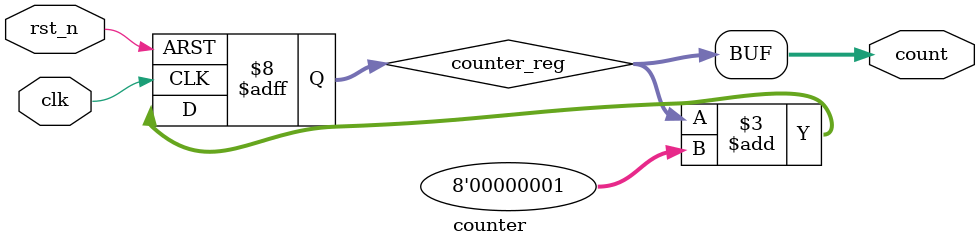
<source format=v>
module counter (
    input wire clk,
    input wire rst_n,
    output [7:0] count
);

reg [7:0] counter_reg;
reg [7:0] aux_counter_reg;
assign count = counter_reg;

always @(posedge clk or negedge rst_n) begin
    if (!rst_n) begin
        counter_reg <= 8'd0;
        aux_counter_reg <= 8'd0;
    end
    else begin
        counter_reg <= counter_reg + 8'd1;
        aux_counter_reg <= aux_counter_reg;
        if (counter_reg[0] == 1'd1) begin
            aux_counter_reg <= aux_counter_reg + 1;
        end
    end
end

endmodule

</source>
